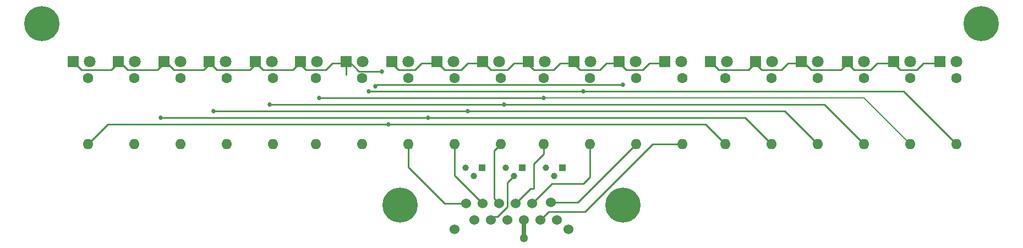
<source format=gbr>
G04 #@! TF.FileFunction,Copper,L2,Bot,Signal*
%FSLAX46Y46*%
G04 Gerber Fmt 4.6, Leading zero omitted, Abs format (unit mm)*
G04 Created by KiCad (PCBNEW 4.0.6) date 05/11/17 10:01:50*
%MOMM*%
%LPD*%
G01*
G04 APERTURE LIST*
%ADD10C,0.100000*%
%ADD11C,1.524000*%
%ADD12R,1.800000X1.800000*%
%ADD13C,1.800000*%
%ADD14C,1.000000*%
%ADD15R,1.000000X1.000000*%
%ADD16C,5.400000*%
%ADD17C,1.600000*%
%ADD18O,1.600000X1.600000*%
%ADD19C,0.685800*%
%ADD20C,1.300000*%
%ADD21C,0.250000*%
%ADD22C,0.152400*%
%ADD23C,0.650000*%
G04 APERTURE END LIST*
D10*
D11*
X229108000Y-115316000D03*
X228122404Y-112624480D03*
X226568000Y-115316000D03*
X225298000Y-112776000D03*
X224028000Y-115316000D03*
X222758000Y-112776000D03*
X221488000Y-115316000D03*
X220218000Y-112776000D03*
X218948000Y-115316000D03*
X217678000Y-112776000D03*
X216408000Y-115316000D03*
X215138000Y-112776000D03*
X213338000Y-116796000D03*
X230908000Y-116796000D03*
D12*
X238687490Y-90965999D03*
D13*
X241227490Y-90965999D03*
D12*
X196668746Y-90965999D03*
D13*
X199208746Y-90965999D03*
D12*
X154650002Y-90965999D03*
D13*
X157190002Y-90965999D03*
D12*
X161653126Y-90965999D03*
D13*
X164193126Y-90965999D03*
D12*
X168656250Y-90965999D03*
D13*
X171196250Y-90965999D03*
D12*
X175550498Y-90965999D03*
D13*
X178090498Y-90965999D03*
D12*
X182662498Y-90965999D03*
D13*
X185202498Y-90965999D03*
D12*
X189665622Y-90965999D03*
D13*
X192205622Y-90965999D03*
D12*
X203708000Y-90965999D03*
D13*
X206248000Y-90965999D03*
D12*
X210674994Y-90965999D03*
D13*
X213214994Y-90965999D03*
D12*
X217678118Y-90965999D03*
D13*
X220218118Y-90965999D03*
D12*
X224681242Y-90965999D03*
D13*
X227221242Y-90965999D03*
D12*
X231684366Y-90965999D03*
D13*
X234224366Y-90965999D03*
D12*
X245690614Y-90965999D03*
D13*
X248230614Y-90965999D03*
D12*
X252693738Y-90965999D03*
D13*
X255233738Y-90965999D03*
D12*
X259696862Y-90965999D03*
D13*
X262236862Y-90965999D03*
D12*
X266700000Y-90965999D03*
D13*
X269240000Y-90965999D03*
D14*
X216296143Y-108585000D03*
X215026143Y-107315000D03*
D15*
X217566143Y-107315000D03*
D14*
X222504000Y-108585000D03*
X221234000Y-107315000D03*
D15*
X223774000Y-107315000D03*
D14*
X228711857Y-108585000D03*
X227441857Y-107315000D03*
D15*
X229981857Y-107315000D03*
D16*
X294386000Y-85090000D03*
X149860000Y-85090000D03*
X239268000Y-113030000D03*
X204978000Y-113030000D03*
D12*
X273812000Y-90965999D03*
D13*
X276352000Y-90965999D03*
D12*
X280924000Y-90965999D03*
D13*
X283464000Y-90965999D03*
D12*
X288036000Y-90965999D03*
D13*
X290576000Y-90965999D03*
D17*
X156972000Y-93472000D03*
D18*
X156972000Y-103632000D03*
D17*
X164084000Y-93472000D03*
D18*
X164084000Y-103632000D03*
D17*
X171196000Y-93472000D03*
D18*
X171196000Y-103632000D03*
D17*
X178308000Y-93472000D03*
D18*
X178308000Y-103632000D03*
D17*
X185420000Y-93472000D03*
D18*
X185420000Y-103632000D03*
D17*
X192024000Y-93472000D03*
D18*
X192024000Y-103632000D03*
D17*
X199136000Y-93472000D03*
D18*
X199136000Y-103632000D03*
D17*
X206248000Y-93472000D03*
D18*
X206248000Y-103632000D03*
D17*
X213360000Y-93472000D03*
D18*
X213360000Y-103632000D03*
D17*
X220472000Y-93472000D03*
D18*
X220472000Y-103632000D03*
D17*
X227076000Y-93472000D03*
D18*
X227076000Y-103632000D03*
D17*
X234188000Y-93472000D03*
D18*
X234188000Y-103632000D03*
D17*
X241300000Y-93472000D03*
D18*
X241300000Y-103632000D03*
D17*
X248412000Y-93472000D03*
D18*
X248412000Y-103632000D03*
D17*
X255016000Y-93472000D03*
D18*
X255016000Y-103632000D03*
D17*
X262128000Y-93472000D03*
D18*
X262128000Y-103632000D03*
D17*
X269240000Y-93472000D03*
D18*
X269240000Y-103632000D03*
D17*
X276352000Y-93472000D03*
D18*
X276352000Y-103632000D03*
D17*
X283464000Y-93472000D03*
D18*
X283464000Y-103632000D03*
D17*
X290576000Y-93472000D03*
D18*
X290576000Y-103632000D03*
D19*
X202184000Y-92456000D03*
X203200000Y-100584000D03*
X209296000Y-99568000D03*
X168148000Y-99568000D03*
X176276000Y-98552000D03*
X215392000Y-98552000D03*
D20*
X224028000Y-118109992D03*
D19*
X184912000Y-97536000D03*
X220980000Y-97536000D03*
X201168000Y-94742000D03*
X239268000Y-94488000D03*
X192532000Y-96520000D03*
X227076000Y-96520000D03*
X200152000Y-95504000D03*
X233172000Y-95504000D03*
D21*
X196668746Y-90965999D02*
X196668746Y-93036746D01*
X196668746Y-90496746D02*
X198628000Y-92456000D01*
X198628000Y-92456000D02*
X201699067Y-92456000D01*
X201699067Y-92456000D02*
X202184000Y-92456000D01*
X196668746Y-90965999D02*
X196596000Y-91186000D01*
X175550498Y-90965999D02*
X175768000Y-91186000D01*
X175768000Y-91186000D02*
X174752000Y-92202000D01*
X174752000Y-92202000D02*
X170180000Y-92202000D01*
X170180000Y-92202000D02*
X169164000Y-91186000D01*
X169164000Y-91186000D02*
X168656000Y-91186000D01*
X168656000Y-91186000D02*
X168656250Y-90965999D01*
X189665622Y-90965999D02*
X189484000Y-91186000D01*
X189484000Y-91186000D02*
X190500000Y-92202000D01*
X190500000Y-92202000D02*
X193548000Y-92202000D01*
X193548000Y-92202000D02*
X194564000Y-91186000D01*
X194564000Y-91186000D02*
X196596000Y-91186000D01*
X196596000Y-91186000D02*
X196668746Y-90965999D01*
X182662498Y-90965999D02*
X182880000Y-91186000D01*
X182880000Y-91186000D02*
X181864000Y-92202000D01*
X181864000Y-92202000D02*
X176784000Y-92202000D01*
X176784000Y-92202000D02*
X175768000Y-91186000D01*
X189484000Y-91186000D02*
X188468000Y-92202000D01*
X188468000Y-92202000D02*
X183896000Y-92202000D01*
X183896000Y-92202000D02*
X182880000Y-91186000D01*
X168656000Y-91186000D02*
X167640000Y-92202000D01*
X167640000Y-92202000D02*
X163068000Y-92202000D01*
X163068000Y-92202000D02*
X162052000Y-91186000D01*
X162052000Y-91186000D02*
X161544000Y-91186000D01*
X161544000Y-91186000D02*
X161653126Y-90965999D01*
X161544000Y-91186000D02*
X160528000Y-92202000D01*
X160528000Y-92202000D02*
X155956000Y-92202000D01*
X155956000Y-92202000D02*
X154940000Y-91186000D01*
X154940000Y-91186000D02*
X154432000Y-91186000D01*
X154432000Y-91186000D02*
X154650002Y-90965999D01*
X231684366Y-90965999D02*
X231648000Y-91186000D01*
X231648000Y-91186000D02*
X232664000Y-92202000D01*
X232664000Y-92202000D02*
X235712000Y-92202000D01*
X235712000Y-92202000D02*
X236728000Y-91186000D01*
X236728000Y-91186000D02*
X238760000Y-91186000D01*
X238760000Y-91186000D02*
X238687490Y-90965999D01*
X224681242Y-90965999D02*
X224536000Y-91186000D01*
X224536000Y-91186000D02*
X225552000Y-92202000D01*
X225552000Y-92202000D02*
X228600000Y-92202000D01*
X228600000Y-92202000D02*
X229616000Y-91186000D01*
X229616000Y-91186000D02*
X231648000Y-91186000D01*
X238760000Y-91186000D02*
X239776000Y-92202000D01*
X239776000Y-92202000D02*
X242316000Y-92202000D01*
X242316000Y-92202000D02*
X243332000Y-91186000D01*
X243332000Y-91186000D02*
X245872000Y-91186000D01*
X245872000Y-91186000D02*
X245690614Y-90965999D01*
X203708000Y-90965999D02*
X203708000Y-91186000D01*
X203708000Y-91186000D02*
X204724000Y-92202000D01*
X204724000Y-92202000D02*
X207264000Y-92202000D01*
X207264000Y-92202000D02*
X208280000Y-91186000D01*
X208280000Y-91186000D02*
X210820000Y-91186000D01*
X210820000Y-91186000D02*
X210674994Y-90965999D01*
X210820000Y-91186000D02*
X211836000Y-92202000D01*
X211836000Y-92202000D02*
X214376000Y-92202000D01*
X214376000Y-92202000D02*
X215392000Y-91186000D01*
X215392000Y-91186000D02*
X217932000Y-91186000D01*
X217932000Y-91186000D02*
X217678118Y-90965999D01*
X217932000Y-91186000D02*
X218948000Y-92202000D01*
X218948000Y-92202000D02*
X221488000Y-92202000D01*
X221488000Y-92202000D02*
X222504000Y-91186000D01*
X222504000Y-91186000D02*
X224536000Y-91186000D01*
D22*
X280924000Y-90965999D02*
X280924000Y-91186000D01*
D21*
X280924000Y-91186000D02*
X281940000Y-92202000D01*
X281940000Y-92202000D02*
X284480000Y-92202000D01*
X284480000Y-92202000D02*
X285496000Y-91186000D01*
X285496000Y-91186000D02*
X288036000Y-91186000D01*
D22*
X288036000Y-91186000D02*
X288036000Y-90965999D01*
X273812000Y-90965999D02*
X273812000Y-91186000D01*
D21*
X273812000Y-91186000D02*
X274828000Y-92202000D01*
X274828000Y-92202000D02*
X277368000Y-92202000D01*
X277368000Y-92202000D02*
X278384000Y-91186000D01*
X278384000Y-91186000D02*
X280924000Y-91186000D01*
X273812000Y-91186000D02*
X272796000Y-92202000D01*
X272796000Y-92202000D02*
X268224000Y-92202000D01*
X268224000Y-92202000D02*
X267208000Y-91186000D01*
D22*
X267208000Y-91186000D02*
X266700000Y-91186000D01*
X266700000Y-91186000D02*
X266700000Y-90965999D01*
D21*
X252693738Y-90965999D02*
X252476000Y-91186000D01*
X259696862Y-90965999D02*
X259588000Y-91186000D01*
X259588000Y-91186000D02*
X260604000Y-92202000D01*
X260604000Y-92202000D02*
X263652000Y-92202000D01*
X263652000Y-92202000D02*
X264668000Y-91186000D01*
X264668000Y-91186000D02*
X266700000Y-91186000D01*
X266700000Y-91186000D02*
X266700000Y-90965999D01*
X259588000Y-91186000D02*
X258572000Y-92202000D01*
X258572000Y-92202000D02*
X254000000Y-92202000D01*
X254000000Y-92202000D02*
X252984000Y-91186000D01*
X252984000Y-91186000D02*
X252476000Y-91186000D01*
X203200000Y-100584000D02*
X251968000Y-100584000D01*
X251968000Y-100584000D02*
X255016000Y-103632000D01*
X203200000Y-100584000D02*
X160020000Y-100584000D01*
X160020000Y-100584000D02*
X156972000Y-103632000D01*
X211836000Y-112776000D02*
X215138000Y-112776000D01*
X211836000Y-112776000D02*
X206248000Y-107188000D01*
X206248000Y-103632000D02*
X206248000Y-107188000D01*
X206756000Y-104140000D02*
X206248000Y-103632000D01*
X222504000Y-108585000D02*
X221488000Y-109601000D01*
X221488000Y-109601000D02*
X221488000Y-113284000D01*
X219456000Y-114808000D02*
X218948000Y-115316000D01*
X221488000Y-113284000D02*
X219964000Y-114808000D01*
X219964000Y-114808000D02*
X219456000Y-114808000D01*
X209296000Y-99568000D02*
X258064000Y-99568000D01*
X168148000Y-99568000D02*
X209296000Y-99568000D01*
X258064000Y-99568000D02*
X262128000Y-103632000D01*
X213360000Y-103632000D02*
X213360000Y-108458000D01*
X213360000Y-108458000D02*
X217678000Y-112776000D01*
X215392000Y-98552000D02*
X264160000Y-98552000D01*
X264160000Y-98552000D02*
X269240000Y-103632000D01*
X176276000Y-98552000D02*
X215392000Y-98552000D01*
X220472000Y-103632000D02*
X219456000Y-104648000D01*
X219456000Y-104648000D02*
X219456001Y-112014001D01*
X219456001Y-112014001D02*
X220218000Y-112776000D01*
D23*
X224028000Y-115316000D02*
X224028000Y-118109992D01*
D21*
X220980000Y-97536000D02*
X270256000Y-97536000D01*
X270256000Y-97536000D02*
X276352000Y-103632000D01*
X184912000Y-97536000D02*
X220980000Y-97536000D01*
X222758000Y-112776000D02*
X225044000Y-110490000D01*
X225044000Y-110490000D02*
X225552000Y-110490000D01*
X225552000Y-110490000D02*
X225552000Y-106680000D01*
X227076000Y-103632000D02*
X227076000Y-105156000D01*
X227076000Y-105156000D02*
X225552000Y-106680000D01*
X201422000Y-94488000D02*
X201168000Y-94742000D01*
X239268000Y-94488000D02*
X201422000Y-94488000D01*
X248412000Y-103632000D02*
X243840000Y-103632000D01*
X243840000Y-103632000D02*
X233426000Y-114046000D01*
X227838000Y-114046000D02*
X226568000Y-115316000D01*
X233426000Y-114046000D02*
X227838000Y-114046000D01*
D22*
X283464000Y-103632000D02*
X276352000Y-96520000D01*
X276352000Y-96520000D02*
X227076000Y-96520000D01*
D21*
X192532000Y-96520000D02*
X227076000Y-96520000D01*
X225298000Y-112776000D02*
X228346000Y-109728000D01*
X228346000Y-109728000D02*
X233172000Y-109728000D01*
X233172000Y-109728000D02*
X234188000Y-108712000D01*
X234188000Y-108712000D02*
X234188000Y-103632000D01*
X233172000Y-95504000D02*
X282448000Y-95504000D01*
X282448000Y-95504000D02*
X290576000Y-103632000D01*
X200152000Y-95504000D02*
X233172000Y-95504000D01*
X241300000Y-103632000D02*
X232307520Y-112624480D01*
X232307520Y-112624480D02*
X228122404Y-112624480D01*
M02*

</source>
